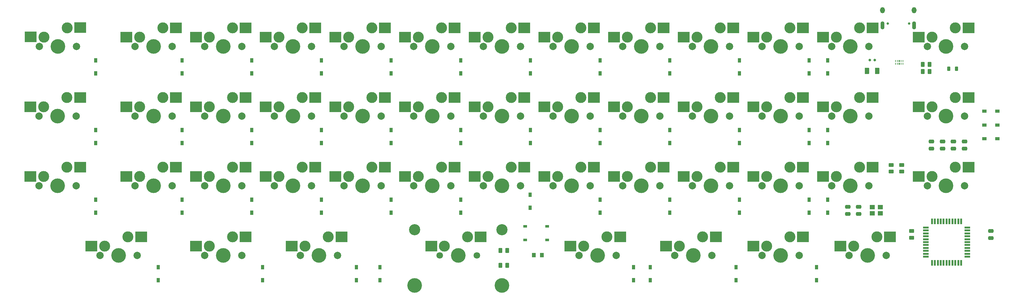
<source format=gbr>
%TF.GenerationSoftware,KiCad,Pcbnew,8.0.3*%
%TF.CreationDate,2024-06-22T11:54:46+09:00*%
%TF.ProjectId,Sherie,53686572-6965-42e6-9b69-6361645f7063,1.0*%
%TF.SameCoordinates,Original*%
%TF.FileFunction,Soldermask,Bot*%
%TF.FilePolarity,Negative*%
%FSLAX46Y46*%
G04 Gerber Fmt 4.6, Leading zero omitted, Abs format (unit mm)*
G04 Created by KiCad (PCBNEW 8.0.3) date 2024-06-22 11:54:46*
%MOMM*%
%LPD*%
G01*
G04 APERTURE LIST*
G04 Aperture macros list*
%AMRoundRect*
0 Rectangle with rounded corners*
0 $1 Rounding radius*
0 $2 $3 $4 $5 $6 $7 $8 $9 X,Y pos of 4 corners*
0 Add a 4 corners polygon primitive as box body*
4,1,4,$2,$3,$4,$5,$6,$7,$8,$9,$2,$3,0*
0 Add four circle primitives for the rounded corners*
1,1,$1+$1,$2,$3*
1,1,$1+$1,$4,$5*
1,1,$1+$1,$6,$7*
1,1,$1+$1,$8,$9*
0 Add four rect primitives between the rounded corners*
20,1,$1+$1,$2,$3,$4,$5,0*
20,1,$1+$1,$4,$5,$6,$7,0*
20,1,$1+$1,$6,$7,$8,$9,0*
20,1,$1+$1,$8,$9,$2,$3,0*%
G04 Aperture macros list end*
%ADD10C,2.000000*%
%ADD11C,3.000000*%
%ADD12C,4.000000*%
%ADD13R,3.300000X3.000000*%
%ADD14C,3.050000*%
%ADD15C,1.800000*%
%ADD16R,0.950000X1.300000*%
%ADD17R,1.300000X0.950000*%
%ADD18C,0.650000*%
%ADD19O,1.100000X2.200000*%
%ADD20O,1.300000X1.700000*%
%ADD21RoundRect,0.250000X0.475000X-0.250000X0.475000X0.250000X-0.475000X0.250000X-0.475000X-0.250000X0*%
%ADD22RoundRect,0.150000X-0.150000X-0.200000X0.150000X-0.200000X0.150000X0.200000X-0.150000X0.200000X0*%
%ADD23RoundRect,0.250000X-0.475000X0.250000X-0.475000X-0.250000X0.475000X-0.250000X0.475000X0.250000X0*%
%ADD24RoundRect,0.250000X0.262500X0.450000X-0.262500X0.450000X-0.262500X-0.450000X0.262500X-0.450000X0*%
%ADD25RoundRect,0.218750X0.218750X0.381250X-0.218750X0.381250X-0.218750X-0.381250X0.218750X-0.381250X0*%
%ADD26RoundRect,0.250000X-0.450000X0.262500X-0.450000X-0.262500X0.450000X-0.262500X0.450000X0.262500X0*%
%ADD27R,1.000000X0.700000*%
%ADD28R,1.400000X1.200000*%
%ADD29RoundRect,0.250000X-0.262500X-0.450000X0.262500X-0.450000X0.262500X0.450000X-0.262500X0.450000X0*%
%ADD30R,1.000000X1.250000*%
%ADD31RoundRect,0.125000X0.000010X0.150000X-0.000010X0.150000X-0.000010X-0.150000X0.000010X-0.150000X0*%
%ADD32R,0.250000X0.550000*%
%ADD33R,0.300000X0.550000*%
%ADD34R,1.500000X0.550000*%
%ADD35R,0.550000X1.500000*%
%ADD36RoundRect,0.250000X0.375000X0.625000X-0.375000X0.625000X-0.375000X-0.625000X0.375000X-0.625000X0*%
G04 APERTURE END LIST*
D10*
%TO.C,SW42*%
X163830000Y-164623750D03*
D11*
X165100000Y-162083750D03*
D12*
X168910000Y-164623750D03*
D11*
X171450000Y-159543750D03*
D10*
X173990000Y-164623750D03*
D13*
X161460000Y-162043750D03*
X175060000Y-159503750D03*
%TD*%
D10*
%TO.C,SW9*%
X251936250Y-107473750D03*
D11*
X253206250Y-104933750D03*
D12*
X257016250Y-107473750D03*
D11*
X259556250Y-102393750D03*
D10*
X262096250Y-107473750D03*
D13*
X249566250Y-104893750D03*
X263166250Y-102353750D03*
%TD*%
D10*
%TO.C,SW6*%
X194786250Y-107473750D03*
D11*
X196056250Y-104933750D03*
D12*
X199866250Y-107473750D03*
D11*
X202406250Y-102393750D03*
D10*
X204946250Y-107473750D03*
D13*
X192416250Y-104893750D03*
X206016250Y-102353750D03*
%TD*%
D10*
%TO.C,SW29*%
X137636250Y-145573750D03*
D11*
X138906250Y-143033750D03*
D12*
X142716250Y-145573750D03*
D11*
X145256250Y-140493750D03*
D10*
X147796250Y-145573750D03*
D13*
X135266250Y-142993750D03*
X148866250Y-140453750D03*
%TD*%
D14*
%TO.C,SW43*%
X195110000Y-157623750D03*
D12*
X195110000Y-172863750D03*
D15*
X201930000Y-164623750D03*
D11*
X203200000Y-162083750D03*
D12*
X207010000Y-164623750D03*
D11*
X209550000Y-159543750D03*
D15*
X212090000Y-164623750D03*
D14*
X218910000Y-157623750D03*
D12*
X218910000Y-172863750D03*
D13*
X199610000Y-162083750D03*
X213110000Y-159543750D03*
%TD*%
D10*
%TO.C,SW22*%
X251936250Y-126523750D03*
D11*
X253206250Y-123983750D03*
D12*
X257016250Y-126523750D03*
D11*
X259556250Y-121443750D03*
D10*
X262096250Y-126523750D03*
D13*
X249566250Y-123943750D03*
X263166250Y-121403750D03*
%TD*%
D10*
%TO.C,SW15*%
X118586250Y-126523750D03*
D11*
X119856250Y-123983750D03*
D12*
X123666250Y-126523750D03*
D11*
X126206250Y-121443750D03*
D10*
X128746250Y-126523750D03*
D13*
X116216250Y-123943750D03*
X129816250Y-121403750D03*
%TD*%
D10*
%TO.C,SW24*%
X290036250Y-126523750D03*
D11*
X291306250Y-123983750D03*
D12*
X295116250Y-126523750D03*
D11*
X297656250Y-121443750D03*
D10*
X300196250Y-126523750D03*
D13*
X287666250Y-123943750D03*
X301266250Y-121403750D03*
%TD*%
D10*
%TO.C,SW25*%
X309086250Y-126523750D03*
D11*
X310356250Y-123983750D03*
D12*
X314166250Y-126523750D03*
D11*
X316706250Y-121443750D03*
D10*
X319246250Y-126523750D03*
D13*
X306716250Y-123943750D03*
X320316250Y-121403750D03*
%TD*%
D16*
%TO.C,D19*%
X207650000Y-133865000D03*
X207650000Y-130315000D03*
%TD*%
D10*
%TO.C,SW45*%
X266223750Y-164623750D03*
D11*
X267493750Y-162083750D03*
D12*
X271303750Y-164623750D03*
D11*
X273843750Y-159543750D03*
D10*
X276383750Y-164623750D03*
D13*
X263853750Y-162043750D03*
X277453750Y-159503750D03*
%TD*%
D10*
%TO.C,SW7*%
X213836250Y-107473750D03*
D11*
X215106250Y-104933750D03*
D12*
X218916250Y-107473750D03*
D11*
X221456250Y-102393750D03*
D10*
X223996250Y-107473750D03*
D13*
X211466250Y-104893750D03*
X225066250Y-102353750D03*
%TD*%
D17*
%TO.C,D13*%
X354415000Y-125160000D03*
X350865000Y-125160000D03*
%TD*%
D10*
%TO.C,SW10*%
X270986250Y-107473750D03*
D11*
X272256250Y-104933750D03*
D12*
X276066250Y-107473750D03*
D11*
X278606250Y-102393750D03*
D10*
X281146250Y-107473750D03*
D13*
X268616250Y-104893750D03*
X282216250Y-102353750D03*
%TD*%
D16*
%TO.C,D3*%
X150500000Y-114815000D03*
X150500000Y-111265000D03*
%TD*%
D10*
%TO.C,SW19*%
X194786250Y-126523750D03*
D11*
X196056250Y-123983750D03*
D12*
X199866250Y-126523750D03*
D11*
X202406250Y-121443750D03*
D10*
X204946250Y-126523750D03*
D13*
X192416250Y-123943750D03*
X206016250Y-121403750D03*
%TD*%
D10*
%TO.C,SW14*%
X92392500Y-126523750D03*
D11*
X93662500Y-123983750D03*
D12*
X97472500Y-126523750D03*
D11*
X100012500Y-121443750D03*
D10*
X102552500Y-126523750D03*
D13*
X90022500Y-123943750D03*
X103622500Y-121403750D03*
%TD*%
D10*
%TO.C,SW30*%
X156686250Y-145573750D03*
D11*
X157956250Y-143033750D03*
D12*
X161766250Y-145573750D03*
D11*
X164306250Y-140493750D03*
D10*
X166846250Y-145573750D03*
D13*
X154316250Y-142993750D03*
X167916250Y-140453750D03*
%TD*%
D16*
%TO.C,D30*%
X169550000Y-152915000D03*
X169550000Y-149365000D03*
%TD*%
%TO.C,D21*%
X245750000Y-133865000D03*
X245750000Y-130315000D03*
%TD*%
D10*
%TO.C,SW39*%
X335280000Y-145573750D03*
D11*
X336550000Y-143033750D03*
D12*
X340360000Y-145573750D03*
D11*
X342900000Y-140493750D03*
D10*
X345440000Y-145573750D03*
D13*
X332910000Y-142993750D03*
X346510000Y-140453750D03*
%TD*%
D16*
%TO.C,D23*%
X283850000Y-133865000D03*
X283850000Y-130315000D03*
%TD*%
D10*
%TO.C,SW46*%
X290036250Y-164623750D03*
D11*
X291306250Y-162083750D03*
D12*
X295116250Y-164623750D03*
D11*
X297656250Y-159543750D03*
D10*
X300196250Y-164623750D03*
D13*
X287666250Y-162043750D03*
X301266250Y-159503750D03*
%TD*%
D16*
%TO.C,D22*%
X264800000Y-133865000D03*
X264800000Y-130315000D03*
%TD*%
%TO.C,D25*%
X308058211Y-133865000D03*
X308058211Y-130315000D03*
%TD*%
%TO.C,D16*%
X150500000Y-133865000D03*
X150500000Y-130315000D03*
%TD*%
%TO.C,D11*%
X302900000Y-114815000D03*
X302900000Y-111265000D03*
%TD*%
D10*
%TO.C,SW28*%
X118586250Y-145573750D03*
D11*
X119856250Y-143033750D03*
D12*
X123666250Y-145573750D03*
D11*
X126206250Y-140493750D03*
D10*
X128746250Y-145573750D03*
D13*
X116216250Y-142993750D03*
X129816250Y-140453750D03*
%TD*%
D10*
%TO.C,SW40*%
X109061250Y-164623750D03*
D11*
X110331250Y-162083750D03*
D12*
X114141250Y-164623750D03*
D11*
X116681250Y-159543750D03*
D10*
X119221250Y-164623750D03*
D13*
X106691250Y-162043750D03*
X120291250Y-159503750D03*
%TD*%
D10*
%TO.C,SW31*%
X175736250Y-145573750D03*
D11*
X177006250Y-143033750D03*
D12*
X180816250Y-145573750D03*
D11*
X183356250Y-140493750D03*
D10*
X185896250Y-145573750D03*
D13*
X173366250Y-142993750D03*
X186966250Y-140453750D03*
%TD*%
D16*
%TO.C,D8*%
X245750000Y-114815000D03*
X245750000Y-111265000D03*
%TD*%
%TO.C,D41*%
X153510000Y-171405000D03*
X153510000Y-167855000D03*
%TD*%
%TO.C,D38*%
X308058211Y-152915000D03*
X308058211Y-149365000D03*
%TD*%
%TO.C,D44*%
X254910000Y-171405000D03*
X254910000Y-167855000D03*
%TD*%
%TO.C,D4*%
X169550000Y-114815000D03*
X169550000Y-111265000D03*
%TD*%
D10*
%TO.C,SW38*%
X309086250Y-145573750D03*
D11*
X310356250Y-143033750D03*
D12*
X314166250Y-145573750D03*
D11*
X316706250Y-140493750D03*
D10*
X319246250Y-145573750D03*
D13*
X306716250Y-142993750D03*
X320316250Y-140453750D03*
%TD*%
D10*
%TO.C,SW26*%
X335280000Y-126523750D03*
D11*
X336550000Y-123983750D03*
D12*
X340360000Y-126523750D03*
D11*
X342900000Y-121443750D03*
D10*
X345440000Y-126523750D03*
D13*
X332910000Y-123943750D03*
X346510000Y-121403750D03*
%TD*%
D16*
%TO.C,D10*%
X283850000Y-114815000D03*
X283850000Y-111265000D03*
%TD*%
%TO.C,D47*%
X304948211Y-171405000D03*
X304948211Y-167855000D03*
%TD*%
D10*
%TO.C,SW27*%
X92392500Y-145573750D03*
D11*
X93662500Y-143033750D03*
D12*
X97472500Y-145573750D03*
D11*
X100012500Y-140493750D03*
D10*
X102552500Y-145573750D03*
D13*
X90022500Y-142993750D03*
X103622500Y-140453750D03*
%TD*%
D10*
%TO.C,SW23*%
X270986250Y-126523750D03*
D11*
X272256250Y-123983750D03*
D12*
X276066250Y-126523750D03*
D11*
X278606250Y-121443750D03*
D10*
X281146250Y-126523750D03*
D13*
X268616250Y-123943750D03*
X282216250Y-121403750D03*
%TD*%
D10*
%TO.C,SW37*%
X290036250Y-145573750D03*
D11*
X291306250Y-143033750D03*
D12*
X295116250Y-145573750D03*
D11*
X297656250Y-140493750D03*
D10*
X300196250Y-145573750D03*
D13*
X287666250Y-142993750D03*
X301266250Y-140453750D03*
%TD*%
D16*
%TO.C,D1*%
X107888211Y-114815000D03*
X107888211Y-111265000D03*
%TD*%
D10*
%TO.C,SW20*%
X213836250Y-126523750D03*
D11*
X215106250Y-123983750D03*
D12*
X218916250Y-126523750D03*
D11*
X221456250Y-121443750D03*
D10*
X223996250Y-126523750D03*
D13*
X211466250Y-123943750D03*
X225066250Y-121403750D03*
%TD*%
D17*
%TO.C,D39*%
X354415000Y-132740000D03*
X350865000Y-132740000D03*
%TD*%
D16*
%TO.C,D35*%
X264800000Y-152915000D03*
X264800000Y-149365000D03*
%TD*%
D10*
%TO.C,SW17*%
X156686250Y-126523750D03*
D11*
X157956250Y-123983750D03*
D12*
X161766250Y-126523750D03*
D11*
X164306250Y-121443750D03*
D10*
X166846250Y-126523750D03*
D13*
X154316250Y-123943750D03*
X167916250Y-121403750D03*
%TD*%
D10*
%TO.C,SW2*%
X118586250Y-107473750D03*
D11*
X119856250Y-104933750D03*
D12*
X123666250Y-107473750D03*
D11*
X126206250Y-102393750D03*
D10*
X128746250Y-107473750D03*
D13*
X116216250Y-104893750D03*
X129816250Y-102353750D03*
%TD*%
D10*
%TO.C,SW35*%
X251936250Y-145573750D03*
D11*
X253206250Y-143033750D03*
D12*
X257016250Y-145573750D03*
D11*
X259556250Y-140493750D03*
D10*
X262096250Y-145573750D03*
D13*
X249566250Y-142993750D03*
X263166250Y-140453750D03*
%TD*%
D16*
%TO.C,D40*%
X124980000Y-171405000D03*
X124980000Y-167855000D03*
%TD*%
D10*
%TO.C,SW41*%
X137636250Y-164623750D03*
D11*
X138906250Y-162083750D03*
D12*
X142716250Y-164623750D03*
D11*
X145256250Y-159543750D03*
D10*
X147796250Y-164623750D03*
D13*
X135266250Y-162043750D03*
X148866250Y-159503750D03*
%TD*%
D10*
%TO.C,SW4*%
X156686250Y-107473750D03*
D11*
X157956250Y-104933750D03*
D12*
X161766250Y-107473750D03*
D11*
X164306250Y-102393750D03*
D10*
X166846250Y-107473750D03*
D13*
X154316250Y-104893750D03*
X167916250Y-102353750D03*
%TD*%
D10*
%TO.C,SW34*%
X232886250Y-145573750D03*
D11*
X234156250Y-143033750D03*
D12*
X237966250Y-145573750D03*
D11*
X240506250Y-140493750D03*
D10*
X243046250Y-145573750D03*
D13*
X230516250Y-142993750D03*
X244116250Y-140453750D03*
%TD*%
D16*
%TO.C,D14*%
X107888211Y-133865000D03*
X107888211Y-130315000D03*
%TD*%
D10*
%TO.C,SW47*%
X313848750Y-164623750D03*
D11*
X315118750Y-162083750D03*
D12*
X318928750Y-164623750D03*
D11*
X321468750Y-159543750D03*
D10*
X324008750Y-164623750D03*
D13*
X311478750Y-162043750D03*
X325078750Y-159503750D03*
%TD*%
D16*
%TO.C,D33*%
X226683211Y-151575000D03*
X226683211Y-148025000D03*
%TD*%
D10*
%TO.C,SW3*%
X137636250Y-107473750D03*
D11*
X138906250Y-104933750D03*
D12*
X142716250Y-107473750D03*
D11*
X145256250Y-102393750D03*
D10*
X147796250Y-107473750D03*
D13*
X135266250Y-104893750D03*
X148866250Y-102353750D03*
%TD*%
D10*
%TO.C,SW32*%
X194786250Y-145573750D03*
D11*
X196056250Y-143033750D03*
D12*
X199866250Y-145573750D03*
D11*
X202406250Y-140493750D03*
D10*
X204946250Y-145573750D03*
D13*
X192416250Y-142993750D03*
X206016250Y-140453750D03*
%TD*%
D16*
%TO.C,D5*%
X188600000Y-114815000D03*
X188600000Y-111265000D03*
%TD*%
%TO.C,D2*%
X131450000Y-114815000D03*
X131450000Y-111265000D03*
%TD*%
%TO.C,D28*%
X131450000Y-152915000D03*
X131450000Y-149365000D03*
%TD*%
D10*
%TO.C,SW12*%
X309086250Y-107473750D03*
D11*
X310356250Y-104933750D03*
D12*
X314166250Y-107473750D03*
D11*
X316706250Y-102393750D03*
D10*
X319246250Y-107473750D03*
D13*
X306716250Y-104893750D03*
X320316250Y-102353750D03*
%TD*%
D18*
%TO.C,J1*%
X330250000Y-101225000D03*
X324470000Y-101225000D03*
D19*
X331680000Y-101755000D03*
D20*
X331680000Y-97575000D03*
D19*
X323040000Y-101755000D03*
D20*
X323040000Y-97575000D03*
%TD*%
D16*
%TO.C,D18*%
X188600000Y-133865000D03*
X188600000Y-130315000D03*
%TD*%
%TO.C,D17*%
X169550000Y-133865000D03*
X169550000Y-130315000D03*
%TD*%
%TO.C,D31*%
X188600000Y-152915000D03*
X188600000Y-149365000D03*
%TD*%
%TO.C,D45*%
X259520000Y-171405000D03*
X259520000Y-167855000D03*
%TD*%
%TO.C,D7*%
X226700000Y-114815000D03*
X226700000Y-111265000D03*
%TD*%
%TO.C,D20*%
X226700000Y-133865000D03*
X226700000Y-130315000D03*
%TD*%
%TO.C,D9*%
X264800000Y-114815000D03*
X264800000Y-111265000D03*
%TD*%
%TO.C,D12*%
X308058211Y-114815000D03*
X308058211Y-111265000D03*
%TD*%
%TO.C,D42*%
X179190000Y-171405000D03*
X179190000Y-167855000D03*
%TD*%
%TO.C,D32*%
X207650000Y-152915000D03*
X207650000Y-149365000D03*
%TD*%
D10*
%TO.C,SW8*%
X232886250Y-107473750D03*
D11*
X234156250Y-104933750D03*
D12*
X237966250Y-107473750D03*
D11*
X240506250Y-102393750D03*
D10*
X243046250Y-107473750D03*
D13*
X230516250Y-104893750D03*
X244116250Y-102353750D03*
%TD*%
D10*
%TO.C,SW33*%
X213836250Y-145573750D03*
D11*
X215106250Y-143033750D03*
D12*
X218916250Y-145573750D03*
D11*
X221456250Y-140493750D03*
D10*
X223996250Y-145573750D03*
D13*
X211466250Y-142993750D03*
X225066250Y-140453750D03*
%TD*%
D17*
%TO.C,D26*%
X354415000Y-128950000D03*
X350865000Y-128950000D03*
%TD*%
D16*
%TO.C,D27*%
X107888211Y-152915000D03*
X107888211Y-149365000D03*
%TD*%
%TO.C,D43*%
X185618211Y-171405000D03*
X185618211Y-167855000D03*
%TD*%
D10*
%TO.C,SW21*%
X232886250Y-126523750D03*
D11*
X234156250Y-123983750D03*
D12*
X237966250Y-126523750D03*
D11*
X240506250Y-121443750D03*
D10*
X243046250Y-126523750D03*
D13*
X230516250Y-123943750D03*
X244116250Y-121403750D03*
%TD*%
D10*
%TO.C,SW18*%
X175736250Y-126523750D03*
D11*
X177006250Y-123983750D03*
D12*
X180816250Y-126523750D03*
D11*
X183356250Y-121443750D03*
D10*
X185896250Y-126523750D03*
D13*
X173366250Y-123943750D03*
X186966250Y-121403750D03*
%TD*%
D16*
%TO.C,D36*%
X283850000Y-152915000D03*
X283850000Y-149365000D03*
%TD*%
D10*
%TO.C,SW44*%
X240030000Y-164623750D03*
D11*
X241300000Y-162083750D03*
D12*
X245110000Y-164623750D03*
D11*
X247650000Y-159543750D03*
D10*
X250190000Y-164623750D03*
D13*
X237660000Y-162043750D03*
X251260000Y-159503750D03*
%TD*%
D10*
%TO.C,SW36*%
X270986250Y-145573750D03*
D11*
X272256250Y-143033750D03*
D12*
X276066250Y-145573750D03*
D11*
X278606250Y-140493750D03*
D10*
X281146250Y-145573750D03*
D13*
X268616250Y-142993750D03*
X282216250Y-140453750D03*
%TD*%
D10*
%TO.C,SW13*%
X335280000Y-107473750D03*
D11*
X336550000Y-104933750D03*
D12*
X340360000Y-107473750D03*
D11*
X342900000Y-102393750D03*
D10*
X345440000Y-107473750D03*
D13*
X332910000Y-104893750D03*
X346510000Y-102353750D03*
%TD*%
D10*
%TO.C,SW1*%
X92420000Y-107460000D03*
D11*
X93690000Y-104920000D03*
D12*
X97500000Y-107460000D03*
D11*
X100040000Y-102380000D03*
D10*
X102580000Y-107460000D03*
D13*
X90050000Y-104880000D03*
X103650000Y-102340000D03*
%TD*%
D16*
%TO.C,D24*%
X302900000Y-133865000D03*
X302900000Y-130315000D03*
%TD*%
%TO.C,D6*%
X207650000Y-114815000D03*
X207650000Y-111265000D03*
%TD*%
%TO.C,D37*%
X302900000Y-152915000D03*
X302900000Y-149365000D03*
%TD*%
D10*
%TO.C,SW5*%
X175736250Y-107473750D03*
D11*
X177006250Y-104933750D03*
D12*
X180816250Y-107473750D03*
D11*
X183356250Y-102393750D03*
D10*
X185896250Y-107473750D03*
D13*
X173366250Y-104893750D03*
X186966250Y-102353750D03*
%TD*%
D16*
%TO.C,D34*%
X245750000Y-152915000D03*
X245750000Y-149365000D03*
%TD*%
D10*
%TO.C,SW11*%
X290036250Y-107473750D03*
D11*
X291306250Y-104933750D03*
D12*
X295116250Y-107473750D03*
D11*
X297656250Y-102393750D03*
D10*
X300196250Y-107473750D03*
D13*
X287666250Y-104893750D03*
X301266250Y-102353750D03*
%TD*%
D16*
%TO.C,D15*%
X131450000Y-133865000D03*
X131450000Y-130315000D03*
%TD*%
%TO.C,D29*%
X150500000Y-152915000D03*
X150500000Y-149365000D03*
%TD*%
D10*
%TO.C,SW16*%
X137636250Y-126523750D03*
D11*
X138906250Y-123983750D03*
D12*
X142716250Y-126523750D03*
D11*
X145256250Y-121443750D03*
D10*
X147796250Y-126523750D03*
D13*
X135266250Y-123943750D03*
X148866250Y-121403750D03*
%TD*%
D16*
%TO.C,D46*%
X282920000Y-171405000D03*
X282920000Y-167855000D03*
%TD*%
D21*
%TO.C,C1*%
X352620000Y-159870000D03*
X352620000Y-157970000D03*
%TD*%
D22*
%TO.C,ESDD0*%
X320907500Y-111240000D03*
X319507500Y-111240000D03*
%TD*%
D23*
%TO.C,C2*%
X336400000Y-133490000D03*
X336400000Y-135390000D03*
%TD*%
D24*
%TO.C,R5*%
X335842500Y-112360000D03*
X334017500Y-112360000D03*
%TD*%
D25*
%TO.C,FB1*%
X343225000Y-113590000D03*
X341100000Y-113590000D03*
%TD*%
D26*
%TO.C,R1*%
X331000000Y-157977500D03*
X331000000Y-159802500D03*
%TD*%
D27*
%TO.C,RESET0*%
X225330000Y-160400000D03*
X231330000Y-160400000D03*
X225330000Y-156700000D03*
X231330000Y-156700000D03*
%TD*%
D26*
%TO.C,R3*%
X328290000Y-139880000D03*
X328290000Y-141705000D03*
%TD*%
D23*
%TO.C,C5*%
X345400000Y-133490000D03*
X345400000Y-135390000D03*
%TD*%
D28*
%TO.C,Y1*%
X322380000Y-153150000D03*
X320180000Y-153150000D03*
X320180000Y-151450000D03*
X322380000Y-151450000D03*
%TD*%
D29*
%TO.C,R6*%
X334017500Y-114350000D03*
X335842500Y-114350000D03*
%TD*%
D26*
%TO.C,R2*%
X325340000Y-139880000D03*
X325340000Y-141705000D03*
%TD*%
D23*
%TO.C,C4*%
X342400000Y-133490000D03*
X342400000Y-135390000D03*
%TD*%
D24*
%TO.C,R4*%
X220382500Y-163310000D03*
X218557500Y-163310000D03*
%TD*%
%TO.C,R7*%
X220382500Y-167360000D03*
X218557500Y-167360000D03*
%TD*%
D23*
%TO.C,C3*%
X339400000Y-133490000D03*
X339400000Y-135390000D03*
%TD*%
D30*
%TO.C,LED1*%
X229850000Y-164540000D03*
X227650000Y-164540000D03*
%TD*%
D31*
%TO.C,U2*%
X328560000Y-112225000D03*
D32*
X328060000Y-112225000D03*
D33*
X327560000Y-112225000D03*
D32*
X327060000Y-112225000D03*
X326560000Y-112225000D03*
X326560000Y-111455000D03*
X327060000Y-111455000D03*
D33*
X327560000Y-111455000D03*
D32*
X328060000Y-111455000D03*
X328560000Y-111455000D03*
%TD*%
D21*
%TO.C,C6*%
X313480000Y-153250000D03*
X313480000Y-151350000D03*
%TD*%
D34*
%TO.C,U1*%
X346218750Y-156987500D03*
X346218750Y-157787500D03*
X346218750Y-158587500D03*
X346218750Y-159387500D03*
X346218750Y-160187500D03*
X346218750Y-160987500D03*
X346218750Y-161787500D03*
X346218750Y-162587500D03*
X346218750Y-163387500D03*
X346218750Y-164187500D03*
X346218750Y-164987500D03*
D35*
X344518750Y-166687500D03*
X343718750Y-166687500D03*
X342918750Y-166687500D03*
X342118750Y-166687500D03*
X341318750Y-166687500D03*
X340518750Y-166687500D03*
X339718750Y-166687500D03*
X338918750Y-166687500D03*
X338118750Y-166687500D03*
X337318750Y-166687500D03*
X336518750Y-166687500D03*
D34*
X334818750Y-164987500D03*
X334818750Y-164187500D03*
X334818750Y-163387500D03*
X334818750Y-162587500D03*
X334818750Y-161787500D03*
X334818750Y-160987500D03*
X334818750Y-160187500D03*
X334818750Y-159387500D03*
X334818750Y-158587500D03*
X334818750Y-157787500D03*
X334818750Y-156987500D03*
D35*
X336518750Y-155287500D03*
X337318750Y-155287500D03*
X338118750Y-155287500D03*
X338918750Y-155287500D03*
X339718750Y-155287500D03*
X340518750Y-155287500D03*
X341318750Y-155287500D03*
X342118750Y-155287500D03*
X342918750Y-155287500D03*
X343718750Y-155287500D03*
X344518750Y-155287500D03*
%TD*%
D36*
%TO.C,F1*%
X321607500Y-114200000D03*
X318807500Y-114200000D03*
%TD*%
D21*
%TO.C,C7*%
X316480000Y-153250000D03*
X316480000Y-151350000D03*
%TD*%
M02*

</source>
